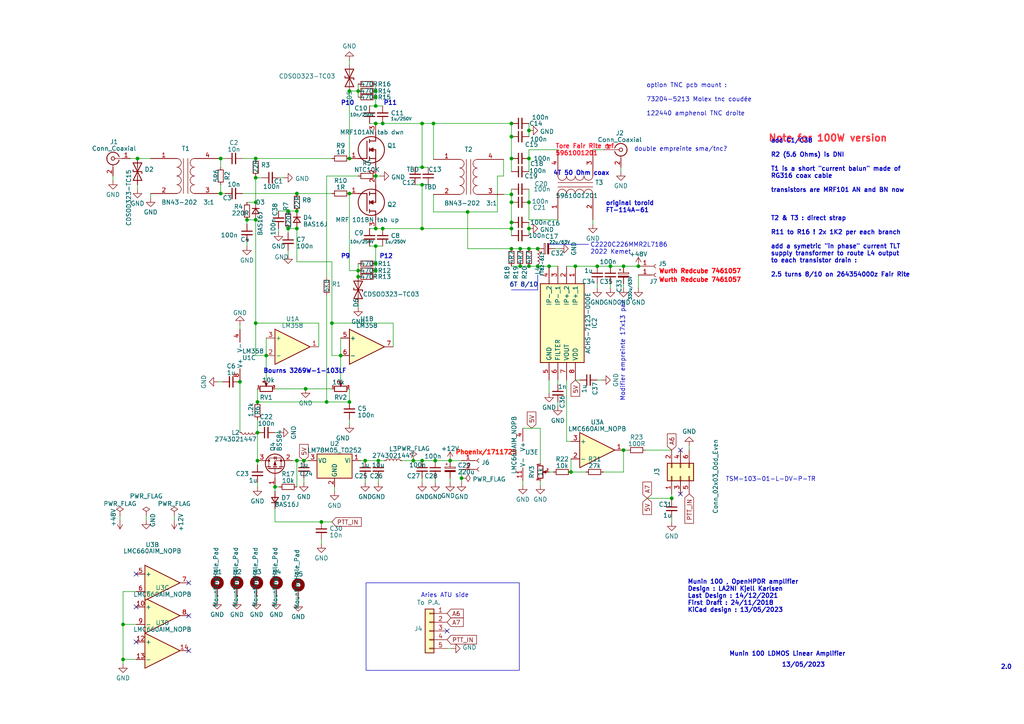
<source format=kicad_sch>
(kicad_sch (version 20231120) (generator "eeschema") (generator_version "8.0")
  (paper "A4")
  (junction (at 153.416 45.974))
  (junction (at 103.886 78.486))
  (junction (at 180.848 130.556))
  (junction (at 103.886 80.264))
  (junction (at 101.346 26.416))
  (junction (at 108.966 76.454))
  (junction (at 69.596 110.744))
  (junction (at 155.956 72.136))
  (junction (at 74.676 125.476))
  (junction (at 101.346 56.134))
  (junction (at 64.008 56.134))
  (junction (at 88.138 133.604))
  (junction (at 96.266 93.726))
  (junction (at 83.566 66.294))
  (junction (at 122.428 35.814))
  (junction (at 130.556 133.604))
  (junction (at 153.416 58.674))
  (junction (at 150.876 77.216))
  (junction (at 110.998 66.294))
  (junction (at 194.818 144.526))
  (junction (at 94.742 116.586))
  (junction (at 98.806 103.124))
  (junction (at 165.608 136.906))
  (junction (at 133.858 138.684))
  (junction (at 86.106 66.294))
  (junction (at 122.428 66.294))
  (junction (at 108.966 71.374))
  (junction (at 86.106 56.134))
  (junction (at 148.336 64.516))
  (junction (at 77.216 103.124))
  (junction (at 148.336 45.974))
  (junction (at 126.238 133.604))
  (junction (at 101.346 116.586))
  (junction (at 108.966 35.814))
  (junction (at 74.168 45.974))
  (junction (at 74.676 116.586))
  (junction (at 148.336 35.814))
  (junction (at 74.168 93.726))
  (junction (at 153.416 66.294))
  (junction (at 108.966 78.486))
  (junction (at 103.886 26.416))
  (junction (at 101.346 45.974))
  (junction (at 159.258 77.216))
  (junction (at 86.106 133.604))
  (junction (at 148.336 39.624))
  (junction (at 74.168 58.674))
  (junction (at 108.966 28.194))
  (junction (at 148.336 72.136))
  (junction (at 39.878 45.974))
  (junction (at 108.966 30.734))
  (junction (at 79.756 141.224))
  (junction (at 71.628 63.754))
  (junction (at 93.218 151.384))
  (junction (at 88.646 112.776))
  (junction (at 177.038 77.216))
  (junction (at 155.956 77.216))
  (junction (at 74.168 51.562))
  (junction (at 108.966 26.416))
  (junction (at 64.008 45.974))
  (junction (at 148.336 58.674))
  (junction (at 109.728 133.604))
  (junction (at 122.428 48.514))
  (junction (at 153.416 37.846))
  (junction (at 86.106 61.214))
  (junction (at 135.636 61.468))
  (junction (at 83.566 61.214))
  (junction (at 166.878 77.216))
  (junction (at 150.876 72.136))
  (junction (at 119.888 133.604))
  (junction (at 105.918 133.604))
  (junction (at 122.428 133.604))
  (junction (at 74.168 63.754))
  (junction (at 148.336 56.388))
  (junction (at 148.336 66.294))
  (junction (at 108.966 51.054))
  (junction (at 108.966 66.294))
  (junction (at 185.166 77.216))
  (junction (at 110.998 35.814))
  (junction (at 35.687 181.102))
  (junction (at 173.228 77.216))
  (junction (at 35.687 191.262))
  (junction (at 153.416 77.216))
  (junction (at 122.428 53.594))
  (junction (at 180.848 77.216))
  (junction (at 74.676 133.604))
  (junction (at 125.73 35.814))
  (junction (at 153.416 72.136))
  (no_connect (at 197.358 130.556))
  (no_connect (at 54.737 178.562))
  (no_connect (at 197.358 143.256))
  (no_connect (at 39.497 166.497))
  (no_connect (at 54.737 169.037))
  (no_connect (at 129.667 183.007))
  (no_connect (at 54.737 188.722))
  (no_connect (at 39.497 186.182))
  (no_connect (at 39.497 176.022))
  (wire (pts (xy 109.728 133.604) (xy 111.506 133.604)))
  (wire (pts (xy 35.687 181.102) (xy 39.497 181.102)))
  (wire (pts (xy 110.998 35.814) (xy 122.428 35.814)))
  (wire (pts (xy 171.958 63.754) (xy 171.958 65.024)))
  (wire (pts (xy 74.676 125.476) (xy 74.676 133.604)))
  (wire (pts (xy 98.806 98.044) (xy 98.806 103.124)))
  (wire (pts (xy 74.168 93.726) (xy 74.168 103.124)))
  (wire (pts (xy 80.137 172.847) (xy 80.137 174.117)))
  (wire (pts (xy 164.338 77.216) (xy 166.878 77.216)))
  (wire (pts (xy 180.848 130.556) (xy 182.118 130.556)))
  (wire (pts (xy 86.106 133.604) (xy 88.138 133.604)))
  (wire (pts (xy 194.818 145.034) (xy 194.818 144.526)))
  (wire (pts (xy 126.238 138.684) (xy 126.238 139.954)))
  (wire (pts (xy 64.008 45.974) (xy 64.008 48.514)))
  (wire (pts (xy 74.168 103.124) (xy 77.216 103.124)))
  (wire (pts (xy 80.772 61.214) (xy 83.566 61.214)))
  (wire (pts (xy 105.918 133.604) (xy 109.728 133.604)))
  (wire (pts (xy 103.886 78.486) (xy 103.886 80.264)))
  (wire (pts (xy 153.416 45.974) (xy 153.416 49.784)))
  (wire (pts (xy 135.636 61.468) (xy 135.636 72.136)))
  (wire (pts (xy 74.168 93.726) (xy 92.456 93.726)))
  (wire (pts (xy 164.338 110.236) (xy 164.338 128.016)))
  (wire (pts (xy 161.798 110.236) (xy 161.798 111.506)))
  (wire (pts (xy 108.966 28.194) (xy 108.966 30.734)))
  (wire (pts (xy 180.086 48.514) (xy 180.086 49.784)))
  (wire (pts (xy 120.396 53.594) (xy 122.428 53.594)))
  (wire (pts (xy 108.966 26.416) (xy 108.966 28.194)))
  (wire (pts (xy 69.596 94.234) (xy 69.596 95.504)))
  (wire (pts (xy 77.216 103.124) (xy 77.216 110.236)))
  (wire (pts (xy 148.336 66.294) (xy 148.336 68.326)))
  (wire (pts (xy 71.628 63.754) (xy 71.628 65.024)))
  (wire (pts (xy 81.026 51.562) (xy 82.296 51.562)))
  (wire (pts (xy 79.756 125.476) (xy 81.026 125.476)))
  (wire (pts (xy 114.046 100.584) (xy 114.046 93.726)))
  (wire (pts (xy 83.566 66.294) (xy 83.566 67.564)))
  (wire (pts (xy 68.707 172.847) (xy 68.707 174.117)))
  (wire (pts (xy 35.687 171.577) (xy 35.687 181.102)))
  (wire (pts (xy 180.848 136.906) (xy 175.006 136.906)))
  (wire (pts (xy 153.416 43.434) (xy 161.798 43.434)))
  (wire (pts (xy 93.218 151.384) (xy 96.266 151.384)))
  (wire (pts (xy 148.336 64.516) (xy 148.336 66.294)))
  (wire (pts (xy 70.358 56.134) (xy 86.106 56.134)))
  (wire (pts (xy 42.418 149.606) (xy 42.418 150.876)))
  (wire (pts (xy 103.886 76.454) (xy 103.886 78.486)))
  (wire (pts (xy 79.756 151.384) (xy 93.218 151.384)))
  (wire (pts (xy 107.188 66.294) (xy 108.966 66.294)))
  (wire (pts (xy 98.806 103.124) (xy 98.806 110.236)))
  (wire (pts (xy 86.106 141.224) (xy 86.106 133.604)))
  (wire (pts (xy 34.798 149.606) (xy 34.798 150.876)))
  (wire (pts (xy 97.028 141.224) (xy 97.028 142.494)))
  (wire (pts (xy 74.676 116.586) (xy 74.676 112.776)))
  (wire (pts (xy 148.336 54.864) (xy 148.336 56.388)))
  (wire (pts (xy 153.416 66.294) (xy 153.416 68.326)))
  (wire (pts (xy 122.428 133.604) (xy 126.238 133.604)))
  (wire (pts (xy 74.676 116.586) (xy 94.742 116.586)))
  (wire (pts (xy 101.346 26.416) (xy 101.346 45.974)))
  (wire (pts (xy 110.998 66.294) (xy 122.428 66.294)))
  (wire (pts (xy 159.258 110.236) (xy 159.258 114.046)))
  (wire (pts (xy 180.848 82.296) (xy 180.848 83.566)))
  (wire (pts (xy 94.742 85.598) (xy 94.742 116.586)))
  (wire (pts (xy 161.798 116.586) (xy 161.798 117.856)))
  (wire (pts (xy 159.258 136.906) (xy 160.528 136.906)))
  (wire (pts (xy 180.848 130.556) (xy 180.848 136.906)))
  (wire (pts (xy 39.878 53.594) (xy 39.878 54.864)))
  (wire (pts (xy 108.966 30.734) (xy 110.998 30.734)))
  (wire (pts (xy 125.73 56.388) (xy 125.73 61.468)))
  (polyline (pts (xy 159.258 70.866) (xy 170.688 70.866)))
  (wire (pts (xy 156.718 139.446) (xy 156.718 140.716)))
  (wire (pts (xy 135.636 61.468) (xy 144.272 61.468)))
  (wire (pts (xy 153.416 54.864) (xy 153.416 58.674)))
  (wire (pts (xy 122.428 66.294) (xy 148.336 66.294)))
  (wire (pts (xy 94.742 116.586) (xy 101.346 116.586)))
  (wire (pts (xy 96.266 75.946) (xy 96.266 93.726)))
  (wire (pts (xy 108.966 71.374) (xy 110.998 71.374)))
  (wire (pts (xy 62.992 172.847) (xy 62.992 174.117)))
  (wire (pts (xy 148.336 56.388) (xy 148.336 58.674)))
  (wire (pts (xy 177.038 82.296) (xy 177.038 83.566)))
  (wire (pts (xy 166.878 110.236) (xy 168.148 110.236)))
  (wire (pts (xy 71.628 70.104) (xy 71.628 71.374)))
  (wire (pts (xy 74.168 51.562) (xy 75.946 51.562)))
  (wire (pts (xy 105.918 138.684) (xy 105.918 139.954)))
  (wire (pts (xy 156.718 124.206) (xy 151.638 124.206)))
  (wire (pts (xy 39.878 45.974) (xy 43.688 45.974)))
  (wire (pts (xy 173.228 110.236) (xy 174.498 110.236)))
  (wire (pts (xy 150.876 72.136) (xy 153.416 72.136)))
  (wire (pts (xy 122.428 48.514) (xy 124.206 48.514)))
  (wire (pts (xy 35.687 181.102) (xy 35.687 191.262)))
  (wire (pts (xy 86.106 66.294) (xy 86.106 75.946)))
  (wire (pts (xy 108.966 76.454) (xy 108.966 78.486)))
  (wire (pts (xy 74.168 45.974) (xy 96.266 45.974)))
  (wire (pts (xy 148.336 45.974) (xy 148.336 49.784)))
  (wire (pts (xy 116.586 133.604) (xy 119.888 133.604)))
  (wire (pts (xy 171.958 43.434) (xy 175.006 43.434)))
  (wire (pts (xy 37.846 45.974) (xy 39.878 45.974)))
  (wire (pts (xy 64.008 53.594) (xy 64.008 56.134)))
  (wire (pts (xy 148.336 35.814) (xy 148.336 39.624)))
  (wire (pts (xy 64.008 45.974) (xy 65.278 45.974)))
  (wire (pts (xy 101.346 121.666) (xy 101.346 122.936)))
  (wire (pts (xy 108.966 35.814) (xy 110.998 35.814)))
  (wire (pts (xy 71.628 58.674) (xy 74.168 58.674)))
  (wire (pts (xy 70.358 45.974) (xy 74.168 45.974)))
  (wire (pts (xy 79.756 141.224) (xy 81.026 141.224)))
  (wire (pts (xy 151.638 139.446) (xy 151.638 140.716)))
  (wire (pts (xy 159.258 77.216) (xy 161.798 77.216)))
  (wire (pts (xy 155.956 77.216) (xy 159.258 77.216)))
  (wire (pts (xy 133.858 136.144) (xy 133.858 138.684)))
  (wire (pts (xy 71.628 63.754) (xy 74.168 63.754)))
  (wire (pts (xy 166.878 77.216) (xy 173.228 77.216)))
  (wire (pts (xy 130.556 138.684) (xy 130.556 139.954)))
  (wire (pts (xy 96.266 103.124) (xy 98.806 103.124)))
  (wire (pts (xy 74.422 172.847) (xy 74.422 174.117)))
  (wire (pts (xy 173.228 82.296) (xy 173.228 83.566)))
  (wire (pts (xy 133.858 138.684) (xy 133.858 139.954)))
  (wire (pts (xy 153.416 58.674) (xy 153.416 63.754)))
  (wire (pts (xy 108.966 71.374) (xy 108.966 76.454)))
  (wire (pts (xy 43.688 56.134) (xy 43.688 57.404)))
  (wire (pts (xy 92.456 100.584) (xy 92.456 93.726)))
  (wire (pts (xy 79.756 147.574) (xy 79.756 151.384)))
  (wire (pts (xy 108.966 78.486) (xy 108.966 80.264)))
  (wire (pts (xy 94.742 51.054) (xy 94.742 80.518)))
  (wire (pts (xy 101.346 26.416) (xy 103.886 26.416)))
  (wire (pts (xy 50.546 149.606) (xy 50.546 150.876)))
  (wire (pts (xy 103.886 26.416) (xy 103.886 28.194)))
  (wire (pts (xy 69.596 110.744) (xy 69.596 125.476)))
  (wire (pts (xy 161.036 72.136) (xy 162.306 72.136)))
  (wire (pts (xy 101.346 112.776) (xy 101.346 116.586)))
  (wire (pts (xy 164.338 128.016) (xy 165.608 128.016)))
  (wire (pts (xy 122.428 138.684) (xy 122.428 139.954)))
  (wire (pts (xy 150.876 77.216) (xy 153.416 77.216)))
  (wire (pts (xy 146.05 56.388) (xy 148.336 56.388)))
  (wire (pts (xy 101.346 18.796) (xy 101.346 17.526)))
  (wire (pts (xy 107.188 35.814) (xy 108.966 35.814)))
  (wire (pts (xy 93.218 156.464) (xy 93.218 157.734)))
  (wire (pts (xy 135.636 72.136) (xy 148.336 72.136)))
  (wire (pts (xy 103.886 24.384) (xy 103.886 26.416)))
  (wire (pts (xy 135.636 61.468) (xy 125.73 61.468)))
  (wire (pts (xy 86.106 56.134) (xy 96.266 56.134)))
  (wire (pts (xy 126.238 133.604) (xy 130.556 133.604)))
  (wire (pts (xy 88.138 138.684) (xy 88.138 139.954)))
  (wire (pts (xy 144.272 61.468) (xy 144.272 51.054)))
  (wire (pts (xy 103.886 87.884) (xy 103.886 89.154)))
  (wire (pts (xy 80.772 66.294) (xy 80.772 67.31)))
  (wire (pts (xy 107.188 30.734) (xy 108.966 30.734)))
  (wire (pts (xy 161.798 63.754) (xy 153.416 63.754)))
  (wire (pts (xy 103.886 78.486) (xy 101.346 78.486)))
  (wire (pts (xy 185.166 79.756) (xy 185.166 83.566)))
  (wire (pts (xy 108.966 51.054) (xy 110.236 51.054)))
  (wire (pts (xy 153.416 72.136) (xy 155.956 72.136)))
  (wire (pts (xy 104.648 133.604) (xy 105.918 133.604)))
  (wire (pts (xy 108.966 66.294) (xy 110.998 66.294)))
  (wire (pts (xy 107.188 71.374) (xy 108.966 71.374)))
  (wire (pts (xy 88.646 112.776) (xy 96.266 112.776)))
  (wire (pts (xy 148.336 72.136) (xy 150.876 72.136)))
  (wire (pts (xy 122.428 53.594) (xy 124.206 53.594)))
  (wire (pts (xy 39.497 171.577) (xy 35.687 171.577)))
  (wire (pts (xy 125.73 35.814) (xy 125.73 46.228)))
  (wire (pts (xy 120.396 48.514) (xy 122.428 48.514)))
  (wire (pts (xy 94.742 51.054) (xy 103.886 51.054)))
  (wire (pts (xy 86.487 173.482) (xy 86.487 174.752)))
  (wire (pts (xy 194.818 150.114) (xy 194.818 151.384)))
  (wire (pts (xy 153.416 77.216) (xy 155.956 77.216)))
  (wire (pts (xy 173.228 77.216) (xy 177.038 77.216)))
  (wire (pts (xy 122.428 53.594) (xy 122.428 66.294)))
  (wire (pts (xy 88.138 133.604) (xy 89.408 133.604)))
  (wire (pts (xy 114.046 93.726) (xy 96.266 93.726)))
  (wire (pts (xy 144.272 51.054) (xy 146.05 51.054)))
  (wire (pts (xy 74.676 139.954) (xy 74.676 141.224)))
  (wire (pts (xy 64.516 110.744) (xy 63.246 110.744)))
  (wire (pts (xy 130.556 133.604) (xy 133.858 133.604)))
  (wire (pts (xy 169.926 136.906) (xy 165.608 136.906)))
  (wire (pts (xy 146.05 46.228) (xy 146.05 51.054)))
  (wire (pts (xy 177.038 77.216) (xy 180.848 77.216)))
  (wire (pts (xy 119.888 133.604) (xy 122.428 133.604)))
  (wire (pts (xy 83.566 66.294) (xy 86.106 66.294)))
  (wire (pts (xy 180.848 77.216) (xy 185.166 77.216)))
  (wire (pts (xy 109.728 138.684) (xy 109.728 139.954)))
  (wire (pts (xy 122.428 35.814) (xy 122.428 48.514)))
  (wire (pts (xy 153.416 45.974) (xy 153.416 43.434)))
  (wire (pts (xy 194.818 144.526) (xy 194.818 143.256)))
  (wire (pts (xy 83.566 61.214) (xy 86.106 61.214)))
  (wire (pts (xy 187.198 130.556) (xy 194.818 130.556)))
  (wire (pts (xy 86.106 75.946) (xy 96.266 75.946)))
  (polyline (pts (xy 148.336 84.074) (xy 155.956 84.074)))
  (wire (pts (xy 153.416 37.846) (xy 153.416 39.624)))
  (wire (pts (xy 165.608 136.906) (xy 165.608 133.096)))
  (wire (pts (xy 101.346 56.134) (xy 101.346 78.486)))
  (wire (pts (xy 74.676 121.666) (xy 74.676 125.476)))
  (wire (pts (xy 156.718 134.366) (xy 156.718 124.206)))
  (wire (pts (xy 64.008 56.134) (xy 65.278 56.134)))
  (wire (pts (xy 79.756 112.776) (xy 88.646 112.776)))
  (wire (pts (xy 125.73 35.814) (xy 148.336 35.814)))
  (wire (pts (xy 86.106 133.604) (xy 84.836 133.604)))
  (wire (pts (xy 148.336 39.624) (xy 148.336 45.974)))
  (wire (pts (xy 74.676 133.604) (xy 74.676 134.874)))
  (wire (pts (xy 153.416 35.814) (xy 153.416 37.846)))
  (wire (pts (xy 108.966 24.384) (xy 108.966 26.416)))
  (wire (pts (xy 74.168 63.754) (xy 74.168 93.726)))
  (wire (pts (xy 187.706 144.526) (xy 194.818 144.526)))
  (wire (pts (xy 148.336 58.674) (xy 148.336 64.516)))
  (wire (pts (xy 74.168 51.054) (xy 74.168 51.562)))
  (wire (pts (xy 74.168 51.562) (xy 74.168 58.674)))
  (wire (pts (xy 77.216 98.044) (xy 77.216 103.124)))
  (wire (pts (xy 79.756 141.224) (xy 79.756 142.494)))
  (wire (pts (xy 148.336 77.216) (xy 150.876 77.216)))
  (wire (pts (xy 83.566 72.644) (xy 83.566 73.914)))
  (wire (pts (xy 32.766 51.054) (xy 32.766 52.324)))
  (wire (pts (xy 153.416 64.516) (xy 153.416 66.294)))
  (wire (pts (xy 35.687 191.262) (xy 39.497 191.262)))
  (wire (pts (xy 130.937 188.087) (xy 129.667 188.087)))
  (wire (pts (xy 199.898 130.556) (xy 199.898 129.286)))
  (polyline (pts (xy 155.956 79.756) (xy 155.956 84.074)))
  (wire (pts (xy 96.266 93.726) (xy 96.266 103.124)))
  (wire (pts (xy 35.687 191.262) (xy 35.687 192.532)))
  (wire (pts (xy 122.428 35.814) (xy 125.73 35.814)))
  (rectangle (start 106.172 169.037) (end 150.622 194.437))
  (text "Note for 100W version\n" (at 222.758 41.402 0) (effects (font (size 2 2) (thickness 0.4) (bold yes)) (justify left bottom)))
  (text "Modifier empreinte 17x13 pad" (at 181.356 116.459 90) (effects (font (size 1.27 1.27)) (justify left bottom)))
  (text "Aries ATU side" (at 122.047 173.482 0) (effects (font (size 1.27 1.27)) (justify left bottom)))
  (text "13/05/2023" (at 226.695 193.675 0) (effects (font (size 1.27 1.27) (bold yes)) (justify left bottom)))
  (text "Munin 100 , OpenHPDR amplifier\nDesign : LA2NI Kjell Karlsen\nLast Design : 14/12/2021\nFirst Draft : 24/11/2018\nKiCad design : 13/05/2023\n" (at 199.39 177.8 0) (effects (font (size 1.27 1.27) (bold yes)) (justify left bottom)))
  (text "2.0\n" (at 290.195 194.31 0) (effects (font (size 1.27 1.27) (bold yes)) (justify left bottom)))
  (text "TSM-103-01-L-DV-P-TR" (at 210.439 139.827 0) (effects (font (size 1.27 1.27)) (justify left bottom)))
  (text "Bourns 3269W-1-103LF" (at 76.327 108.458 0) (effects (font (size 1.27 1.27) (bold yes)) (justify left bottom)))
  (text "Munin 100 LDMOS Linear Amplifier" (at 211.455 190.5 0) (effects (font (size 1.27 1.27) (bold yes)) (justify left bottom)))
  (text "P9         P12" (at 98.806 75.184 0) (effects (font (size 1.27 1.27) (thickness 0.254) (bold yes)) (justify left bottom)))
  (text "6T 8/10" (at 147.701 83.439 0) (effects (font (size 1.27 1.27) (thickness 0.254) (bold yes)) (justify left bottom)))
  (text "Tore Fair Rite ref\n5961001201" (at 161.036 45.339 0) (effects (font (size 1.27 1.27) (thickness 0.254) (bold yes)) (justify left bottom)))
  (text "option TNC pcb mount : \n\n73204-5213 Molex tnc coudée \n\n122440 amphenol TNC droite" (at 187.452 33.782 0) (effects (font (size 1.27 1.27)) (justify left bottom)))
  (text "P10         P11" (at 98.806 30.734 0) (effects (font (size 1.27 1.27) (thickness 0.254) (bold yes)) (justify left bottom)))
  (text "double empreinte sma/tnc? \n" (at 183.896 44.069 0) (effects (font (size 1.27 1.27)) (justify left bottom)))
  (text "4T 50 Ohm coax" (at 160.401 51.054 0) (effects (font (size 1.27 1.27) (bold yes)) (justify left bottom)))
  (text "original toroid \nFT-114A-61\n" (at 175.641 61.849 0) (effects (font (size 1.27 1.27) (bold yes)) (justify left bottom)))
  (text "add C1/C38\n\nR2 (5.6 Ohms) is DNI\n\nT1 is a short \"current balun\" made of \nRG316 coax cable\n\ntransistors are MRF101 AN and BN now\n\n\n\nT2 & T3 : direct strap\n\nR11 to R16 ! 2x 1K2 per each branch\n\nadd a symetric \"in phase\" current TLT \nsupply transformer to route L4 output \nto each transistor drain : \n\n2.5 turns 8/10 on 264354000z Fair Rite\n" (at 223.52 80.518 0) (effects (font (size 1.27 1.27) (bold yes)) (justify left bottom)))
  (text "C2220C226MMR2L7186\n2022 Kemet" (at 171.196 73.914 0) (effects (font (size 1.27 1.27)) (justify left bottom)))
  (global_label "5V" (shape input) (at 187.706 144.526 270) (property "Intersheetrefs" "${INTERSHEET_REFS}" (effects (hide yes))))
  (global_label "5V" (shape input) (at 166.878 110.236 270) (property "Intersheetrefs" "${INTERSHEET_REFS}" (effects (hide yes))))
  (global_label "A7" (shape input) (at 129.667 180.467 0) (property "Intersheetrefs" "${INTERSHEET_REFS}" (effects (hide yes))))
  (global_label "A6" (shape input) (at 129.667 177.927 0) (property "Intersheetrefs" "${INTERSHEET_REFS}" (effects (hide yes))))
  (global_label "A6" (shape input) (at 194.818 130.556 90) (property "Intersheetrefs" "${INTERSHEET_REFS}" (effects (hide yes))))
  (global_label "5V" (shape input) (at 154.178 124.206 90) (property "Intersheetrefs" "${INTERSHEET_REFS}" (effects (hide yes))))
  (global_label "PTT_IN" (shape input) (at 129.667 185.547 0) (property "Intersheetrefs" "${INTERSHEET_REFS}" (effects (hide yes))))
  (global_label "PTT_IN" (shape input) (at 199.898 143.256 270) (property "Intersheetrefs" "${INTERSHEET_REFS}" (effects (hide yes))))
  (global_label "5V" (shape input) (at 88.138 133.604 90) (property "Intersheetrefs" "${INTERSHEET_REFS}" (effects (hide yes))))
  (global_label "PTT_IN" (shape input) (at 96.266 151.384 0) (property "Intersheetrefs" "${INTERSHEET_REFS}" (effects (hide yes))))
  (global_label "A7" (shape input) (at 187.706 144.526 90) (property "Intersheetrefs" "${INTERSHEET_REFS}" (effects (hide yes))))
  (symbol (lib_id "Connector:Conn_01x01_Socket") (at 190.246 79.756 0) (unit 1)
    (property "Reference" "J7" (at 188.341 81.661 0) (effects (justify left)))
    (property "Value" "Wurth Redcube 7461057" (at 190.9572 81.0785 0) (effects (font (bold yes)) (justify left)))
    (property "Footprint" "7461057:7461057" (effects (hide yes)))
  )
  (symbol (lib_id "Device:D_Small") (at 86.106 63.754 270) (unit 1)
    (property "Reference" "D4" (at 87.884 63.1103 90) (effects (justify left)))
    (property "Value" "BAS16J" (at 87.884 65.0313 90) (effects (justify left)))
    (property "Footprint" "Diode_SMD:D_SOD-323_HandSoldering" (effects (hide yes)))
    (property "Sim.Device" "D" (effects (hide yes)))
    (property "Sim.Pins" "1=K 2=A" (effects (hide yes)))
  )
  (symbol (lib_id "Device:C_Polarized_Small") (at 130.556 136.144 0) (unit 1)
    (property "Reference" "C29" (at 132.715 134.9542 0) (effects (justify left)))
    (property "Value" "220u" (at 132.715 136.8752 0) (effects (justify left)))
    (property "Footprint" "Capacitor_SMD:C_Elec_8x10.2" (effects (hide yes)))
  )
  (symbol (lib_id "Device:C_Small") (at 126.238 136.144 0) (unit 1)
    (property "Reference" "C28" (at 123.063 138.049 0) (effects (justify left)))
    (property "Value" "100n" (at 123.063 132.334 0) (effects (justify left)))
    (property "Footprint" "Capacitor_SMD:C_0805_2012Metric_Pad1.18x1.45mm_HandSolder" (effects (hide yes)))
  )
  (symbol (lib_id "Device:R_Small") (at 106.426 76.454 90) (unit 1)
    (property "Reference" "R11" (at 111.506 76.454 90))
    (property "Value" "470R" (at 107.061 76.454 90))
    (property "Footprint" "Resistor_feedB:R_Axial_DIN0414_L11.9mm_D4.5mm_P25.40mm_Horizontal" (effects (hide yes)))
  )
  (symbol (lib_id "Amplifier_Operational:TL074") (at 47.117 169.037 0) (unit 2)
    (property "Reference" "U3" (at 44.196 157.988 0))
    (property "Value" "LMC660AIM_NOPB" (at 44.196 159.8201 0))
    (property "Footprint" "Package_SO:SOIC-14_3.9x8.7mm_P1.27mm" (effects (hide yes)))
    (property "Datasheet" "http://www.ti.com/lit/ds/symlink/tl071.pdf" (effects (hide yes)))
  )
  (symbol (lib_id "MRF300AN:MRF300AN") (at 101.346 45.974 0) (unit 1)
    (property "Reference" "Q1" (at 112.268 42.2218 0) (effects (justify left)))
    (property "Value" "MRF101AN tab dwn" (at 98.552 38.354 0) (effects (justify left)))
    (property "Footprint" "MRF300AN:TO-247-3_Horizontal_TabDown" (effects (hide yes)))
    (property "Datasheet" "http://www.nxp.com/docs/en/data-sheet/MRF300AN.pdf" (effects (hide yes)))
    (property "Height" "5.21" (effects (hide yes)))
    (property "Mouser Part Number" "771-MRF300AN" (effects (hide yes)))
    (property "Mouser Price/Stock" "https://www.mouser.co.uk/ProductDetail/NXP-Semiconductors/MRF300AN?qs=y6ZabgHbY%252ByXQNig6kaSKw%3D%3D" (effects (hide yes)))
    (property "Manufacturer_Name" "NXP" (effects (hide yes)))
    (property "Manufacturer_Part_Number" "MRF300AN" (effects (hide yes)))
  )
  (symbol (lib_id "Device:R_Small") (at 94.742 83.058 180) (unit 1)
    (property "Reference" "R1" (at 96.2406 82.4143 0) (effects (justify right)))
    (property "Value" "6K8" (at 94.742 84.836 90) (effects (justify right)))
    (property "Footprint" "Resistor_SMD:R_0805_2012Metric_Pad1.20x1.40mm_HandSolder" (effects (hide yes)))
  )
  (symbol (lib_id "Connector:Conn_01x02_Socket") (at 138.938 133.604 0) (unit 1)
    (property "Reference" "J6" (at 139.6492 134.1425 0) (effects (justify left)))
    (property "Value" "Phoenix/1711725" (at 131.953 131.064 0) (effects (font (size 1.3 1.3) (bold yes)) (justify left)))
    (property "Footprint" "1711725:1711725" (effects (hide yes)))
  )
  (symbol (lib_id "Amplifier_Operational:TL074") (at 47.117 178.562 0) (unit 3)
    (property "Reference" "U3" (at 47.117 170.4721 0))
    (property "Value" "LMC660AIM_NOPB" (at 47.117 172.3931 0))
    (property "Footprint" "Package_SO:SOIC-14_3.9x8.7mm_P1.27mm" (effects (hide yes)))
    (property "Datasheet" "http://www.ti.com/lit/ds/symlink/tl071.pdf" (effects (hide yes)))
  )
  (symbol (lib_id "Device:C_Small") (at 122.428 136.144 0) (unit 1)
    (property "Reference" "C27" (at 117.983 138.049 0) (effects (justify left)))
    (property "Value" "100n" (at 118.618 134.874 0) (effects (justify left)))
    (property "Footprint" "Capacitor_SMD:C_0805_2012Metric_Pad1.18x1.45mm_HandSolder" (effects (hide yes)))
  )
  (symbol (lib_id "power:GND") (at 42.418 150.876 0) (unit 1)
    (property "Reference" "#PWR032" (effects (hide yes)))
    (property "Value" "GND" (at 44.323 150.876 90))
  )
  (symbol (lib_id "Mechanical:MountingHole_Pad") (at 80.137 170.307 0) (unit 1)
    (property "Reference" "H4" (at 78.867 165.862 0) (effects (justify left)))
    (property "Value" "MountingHole_Pad" (at 79.756 176.149 90) (effects (justify left)))
    (property "Footprint" "MountingHole:MountingHole_3.5mm_Pad_TopBottom" (effects (hide yes)))
  )
  (symbol (lib_id "power:GND") (at 105.918 139.954 0) (unit 1)
    (property "Reference" "#PWR023" (effects (hide yes)))
    (property "Value" "GND" (at 105.918 144.0895 0))
  )
  (symbol (lib_id "Device:R_Small") (at 106.426 80.264 90) (unit 1)
    (property "Reference" "R13" (at 111.506 80.264 90))
    (property "Value" "470R" (at 107.061 80.264 90))
    (property "Footprint" "Resistor_feedB:R_Axial_DIN0414_L11.9mm_D4.5mm_P25.40mm_Horizontal" (effects (hide yes)))
  )
  (symbol (lib_id "Device:C_Small") (at 194.818 147.574 0) (unit 1)
    (property "Reference" "C31" (at 191.008 146.304 0) (effects (justify left)))
    (property "Value" "1u" (at 192.278 149.479 0) (effects (justify left)))
    (property "Footprint" "Capacitor_SMD:C_0805_2012Metric_Pad1.18x1.45mm_HandSolder" (effects (hide yes)))
  )
  (symbol (lib_id "power:PWR_FLAG") (at 42.418 149.606 0) (unit 1)
    (property "Reference" "#FLG02" (effects (hide yes)))
    (property "Value" "PWR_FLAG" (at 42.418 143.891 0))
  )
  (symbol (lib_id "Amplifier_Operational:LM358") (at 106.426 100.584 0) (unit 2)
    (property "Reference" "U1" (at 106.426 92.4941 0))
    (property "Value" "LM358" (at 106.426 94.4151 0))
    (property "Footprint" "Package_SO:SOIC-8_3.9x4.9mm_P1.27mm" (effects (hide yes)))
    (property "Datasheet" "http://www.ti.com/lit/ds/symlink/lm2904-n.pdf" (effects (hide yes)))
  )
  (symbol (lib_id "Device:C_Small") (at 161.798 114.046 0) (unit 1)
    (property "Reference" "C36" (at 163.068 118.491 90) (effects (justify left)))
    (property "Value" "1n" (at 161.798 112.141 0) (effects (justify left)))
    (property "Footprint" "Capacitor_SMD:C_0805_2012Metric_Pad1.18x1.45mm_HandSolder" (effects (hide yes)))
  )
  (symbol (lib_id "Device:R_Small") (at 86.106 58.674 0) (unit 1)
    (property "Reference" "R8" (at 87.6046 58.0303 0) (effects (justify left)))
    (property "Value" "22R" (at 86.233 60.706 90) (effects (justify left)))
    (property "Footprint" "Resistor_SMD:R_0805_2012Metric_Pad1.20x1.40mm_HandSolder" (effects (hide yes)))
  )
  (symbol (lib_id "Amplifier_Operational:TL074") (at 154.178 131.826 0) (unit 5)
    (property "Reference" "U3" (at 152.273 131.1823 0) (effects (justify left)))
    (property "Value" "LMC660AIM_NOPB" (at 149.098 137.541 90) (effects (justify left)))
    (property "Footprint" "Package_SO:SOIC-14_3.9x8.7mm_P1.27mm" (effects (hide yes)))
    (property "Datasheet" "http://www.ti.com/lit/ds/symlink/tl071.pdf" (effects (hide yes)))
  )
  (symbol (lib_id "power:GND") (at 88.646 112.776 0) (unit 1)
    (property "Reference" "#PWR010" (effects (hide yes)))
    (property "Value" "GND" (at 88.646 116.9115 0))
  )
  (symbol (lib_id "Device:C_Small") (at 150.876 64.516 90) (unit 1)
    (property "Reference" "C16" (at 160.528 64.77 90))
    (property "Value" "100n" (at 156.21 64.516 90))
    (property "Footprint" "Capacitor_SMD:C_1812_4532Metric_Pad1.57x3.40mm_HandSolder" (effects (hide yes)))
  )
  (symbol (lib_id "power:GND") (at 180.086 49.784 0) (mirror y) (unit 1)
    (property "Reference" "#PWR02" (effects (hide yes)))
    (property "Value" "GND" (at 180.086 53.9195 0))
  )
  (symbol (lib_id "Device:C_Small") (at 150.876 49.784 90) (unit 1)
    (property "Reference" "C19" (at 154.051 51.054 90))
    (property "Value" "100n" (at 155.956 49.53 90))
    (property "Footprint" "Capacitor_SMD:C_1812_4532Metric_Pad1.57x3.40mm_HandSolder" (effects (hide yes)))
  )
  (symbol (lib_id "power:GND") (at 82.296 51.562 90) (unit 1)
    (property "Reference" "#PWR055" (effects (hide yes)))
    (property "Value" "GND" (at 85.598 51.816 90) (effects (justify right)))
  )
  (symbol (lib_id "power:GND") (at 93.218 157.734 0) (unit 1)
    (property "Reference" "#PWR029" (effects (hide yes)))
    (property "Value" "GND" (at 93.218 161.8695 0))
  )
  (symbol (lib_id "Amplifier_Operational:TL074") (at 173.228 130.556 0) (unit 1)
    (property "Reference" "U3" (at 173.228 122.4661 0))
    (property "Value" "LMC660AIM_NOPB" (at 173.228 124.3871 0))
    (property "Footprint" "Package_SO:SOIC-14_3.9x8.7mm_P1.27mm" (effects (hide yes)))
    (property "Datasheet" "http://www.ti.com/lit/ds/symlink/tl071.pdf" (effects (hide yes)))
  )
  (symbol (lib_id "power:PWR_FLAG") (at 34.798 149.606 0) (unit 1)
    (property "Reference" "#FLG03" (effects (hide yes)))
    (property "Value" "PWR_FLAG" (at 34.798 146.1041 0))
  )
  (symbol (lib_id "Device:C_Small") (at 170.688 110.236 90) (unit 1)
    (property "Reference" "C37" (at 172.593 114.681 0) (effects (justify left)))
    (property "Value" "1u" (at 169.418 114.046 0) (effects (justify left)))
    (property "Footprint" "Capacitor_SMD:C_0805_2012Metric_Pad1.18x1.45mm_HandSolder" (effects (hide yes)))
  )
  (symbol (lib_id "power:GND") (at 80.772 67.31 0) (unit 1)
    (property "Reference" "#PWR054" (effects (hide yes)))
    (property "Value" "GND" (at 80.772 71.4455 0))
  )
  (symbol (lib_id "Device:C_Small") (at 83.566 70.104 0) (unit 1)
    (property "Reference" "C7" (at 85.8901 69.4666 0) (effects (justify left)))
    (property "Value" "100n" (at 85.8901 71.3876 0) (effects (justify left)))
    (property "Footprint" "Capacitor_SMD:C_0805_2012Metric_Pad1.18x1.45mm_HandSolder" (effects (hide yes)))
  )
  (symbol (lib_id "Device:Transformer_1P_1S") (at 135.89 51.308 0) (unit 1)
    (property "Reference" "T2" (at 135.9027 43.3449 0))
    (property "Value" "BN43-202  3:1" (at 136.525 58.928 0))
    (property "Footprint" "BN43-202-master:BN43-202" (effects (hide yes)))
  )
  (symbol (lib_id "power:PWR_FLAG") (at 50.546 149.606 0) (unit 1)
    (property "Reference" "#FLG01" (effects (hide yes)))
    (property "Value" "PWR_FLAG" (at 50.546 146.1041 0))
  )
  (symbol (lib_id "power:PWR_FLAG") (at 133.858 138.684 270) (unit 1)
    (property "Reference" "#FLG05" (effects (hide yes)))
    (property "Value" "PWR_FLAG" (at 137.033 139.0008 90) (effects (justify left)))
  )
  (symbol (lib_id "power:GND") (at 173.228 83.566 0) (unit 1)
    (property "Reference" "#PWR040" (effects (hide yes)))
    (property "Value" "GND" (at 173.228 87.7015 0))
  )
  (symbol (lib_id "Device:R_Small") (at 106.426 51.054 90) (unit 1)
    (property "Reference" "R5" (at 106.426 47.3075 90))
    (property "Value" "NTC10K" (at 106.426 49.2285 90))
    (property "Footprint" "Resistor_SMD:R_MELF_MMB-0207" (effects (hide yes)))
  )
  (symbol (lib_id "Device:R_Small") (at 172.466 136.906 90) (unit 1)
    (property "Reference" "R21" (at 172.466 133.1595 90))
    (property "Value" "27k" (at 172.466 135.0805 90))
    (property "Footprint" "Resistor_SMD:R_0805_2012Metric_Pad1.20x1.40mm_HandSolder" (effects (hide yes)))
  )
  (symbol (lib_id "Device:C_Small") (at 150.876 68.326 90) (unit 1)
    (property "Reference" "C17" (at 160.02 68.58 90))
    (property "Value" "100n" (at 155.702 68.326 90))
    (property "Footprint" "Capacitor_SMD:C_1812_4532Metric_Pad1.57x3.40mm_HandSolder" (effects (hide yes)))
  )
  (symbol (lib_id "Device:L_Small") (at 72.136 125.476 90) (mirror x) (unit 1)
    (property "Reference" "L2" (at 68.326 125.476 90))
    (property "Value" "2743021447" (at 68.326 127.381 90))
    (property "Footprint" "Fair-Rite_2743021447:Fair-Rite_2743021447" (effects (hide yes)))
  )
  (symbol (lib_id "Device:R_Small") (at 106.426 26.416 90) (unit 1)
    (property "Reference" "R14" (at 111.506 26.416 90))
    (property "Value" "470R" (at 107.061 26.416 90))
    (property "Footprint" "Resistor_feedB:R_Axial_DIN0414_L11.9mm_D4.5mm_P25.40mm_Horizontal" (effects (hide yes)))
  )
  (symbol (lib_id "Device:C_Small") (at 150.876 54.864 90) (unit 1)
    (property "Reference" "C20" (at 156.972 53.34 90))
    (property "Value" "100n" (at 157.226 54.864 90))
    (property "Footprint" "Capacitor_SMD:C_1812_4532Metric_Pad1.57x3.40mm_HandSolder" (effects (hide yes)))
  )
  (symbol (lib_id "Device:R_Small") (at 106.426 78.486 90) (unit 1)
    (property "Reference" "R12" (at 111.506 78.486 90))
    (property "Value" "470R" (at 107.061 78.486 90))
    (property "Footprint" "Resistor_feedB:R_Axial_DIN0414_L11.9mm_D4.5mm_P25.40mm_Horizontal" (effects (hide yes)))
  )
  (symbol (lib_id "Device:C_Polarized_Small") (at 180.848 79.756 0) (unit 1)
    (property "Reference" "C33" (at 179.578 82.931 90))
    (property "Value" "330u/63V" (at 182.753 83.566 90) (effects (font (size 0.9 0.9))))
    (property "Footprint" "Capacitor_SMD:CP_Elec_18x17.5" (effects (hide yes)))
  )
  (symbol (lib_id "power:GND") (at 83.566 73.914 0) (unit 1)
    (property "Reference" "#PWR013" (effects (hide yes)))
    (property "Value" "GND" (at 81.661 74.549 0))
  )
  (symbol (lib_id "Device:C_Small") (at 120.396 51.054 180) (unit 1)
    (property "Reference" "C12" (at 116.586 52.959 0) (effects (justify right)))
    (property "Value" "TBD" (at 117.856 49.149 0) (effects (justify right)))
    (property "Footprint" "Capacitor_SMD:C_1812_4532Metric_Pad1.57x3.40mm_HandSolder" (effects (hide yes)))
  )
  (symbol (lib_id "Device:C_Small") (at 124.206 51.054 180) (unit 1)
    (property "Reference" "C13" (at 124.206 49.149 0) (effects (justify right)))
    (property "Value" "TBD" (at 122.936 54.229 0) (effects (justify right)))
    (property "Footprint" "Capacitor_SMD:C_1812_4532Metric_Pad1.57x3.40mm_HandSolder" (effects (hide yes)))
  )
  (symbol (lib_id "Connector:Conn_01x01_Socket") (at 190.246 77.216 0) (unit 1)
    (property "Reference" "J5" (at 190.9572 76.4985 0) (effects (justify left)))
    (property "Value" "Wurth Redcube 7461057" (at 190.9572 78.5385 0) (effects (font (bold yes)) (justify left)))
    (property "Footprint" "7461057:7461057" (effects (hide yes)))
  )
  (symbol (lib_id "power:GND") (at 88.138 139.954 0) (unit 1)
    (property "Reference" "#PWR022" (effects (hide yes)))
    (property "Value" "GND" (at 88.138 144.0895 0))
  )
  (symbol (lib_id "Device:C_Small") (at 78.486 51.562 90) (unit 1)
    (property "Reference" "C1" (at 80.772 52.578 90))
    (property "Value" "100n" (at 78.74 54.102 90))
    (property "Footprint" "Capacitor_SMD:C_0805_2012Metric" (effects (hide yes)))
  )
  (symbol (lib_id "power:GND") (at 130.937 188.087 90) (unit 1)
    (property "Reference" "#PWR030" (effects (hide yes)))
    (property "Value" "GND" (at 134.1119 187.7702 90) (effects (justify right)))
  )
  (symbol (lib_id "power:GND") (at 43.688 57.404 0) (unit 1)
    (property "Reference" "#PWR07" (effects (hide yes)))
    (property "Value" "GND" (at 43.688 61.5395 0))
  )
  (symbol (lib_id "Device:C_Small") (at 67.056 110.744 270) (mirror x) (unit 1)
    (property "Reference" "C6" (at 67.0496 106.172 90))
    (property "Value" "1u" (at 67.0496 108.093 90))
    (property "Footprint" "Capacitor_SMD:C_0805_2012Metric_Pad1.18x1.45mm_HandSolder" (effects (hide yes)))
  )
  (symbol (lib_id "power:GND") (at 110.236 51.054 90) (unit 1)
    (property "Reference" "#PWR06" (effects (hide yes)))
    (property "Value" "GND" (at 113.411 51.3708 90) (effects (justify right)))
  )
  (symbol (lib_id "Amplifier_Operational:TL074") (at 47.117 188.722 0) (unit 4)
    (property "Reference" "U3" (at 47.117 180.6321 0))
    (property "Value" "LMC660AIM_NOPB" (at 47.117 182.5531 0))
    (property "Footprint" "Package_SO:SOIC-14_3.9x8.7mm_P1.27mm" (effects (hide yes)))
    (property "Datasheet" "http://www.ti.com/lit/ds/symlink/tl071.pdf" (effects (hide yes)))
  )
  (symbol (lib_id "Device:C_Small") (at 150.876 45.974 90) (unit 1)
    (property "Reference" "C18" (at 155.702 47.498 90))
    (property "Value" "100n" (at 157.226 45.974 90))
    (property "Footprint" "Capacitor_SMD:C_1812_4532Metric_Pad1.57x3.40mm_HandSolder" (effects (hide yes)))
  )
  (symbol (lib_id "Device:L_Small") (at 155.956 74.676 0) (mirror x) (unit 1)
    (property "Reference" "L4" (at 155.956 78.486 90))
    (property "Value" "FT82-61?" (at 157.226 76.581 90) (effects (font (size 0.9 0.9))))
    (property "Footprint" "T50:T50_V_smd" (effects (hide yes)))
  )
  (symbol (lib_id "Device:C_Small") (at 150.876 39.624 90) (unit 1)
    (property "Reference" "C15" (at 154.178 41.91 90))
    (property "Value" "100n" (at 156.21 40.386 90))
    (property "Footprint" "Capacitor_SMD:C_1812_4532Metric_Pad1.57x3.40mm_HandSolder" (effects (hide yes)))
  )
  (symbol (lib_id "Mechanical:MountingHole_Pad") (at 68.707 170.307 0) (unit 1)
    (property "Reference" "H2" (at 67.437 165.862 0) (effects (justify left)))
    (property "Value" "MountingHole_Pad" (at 68.326 176.149 90) (effects (justify left)))
    (property "Footprint" "MountingHole:MountingHole_3.5mm_Pad_TopBottom" (effects (hide yes)))
  )
  (symbol (lib_id "Transistor_FET:BSS84") (at 79.756 136.144 90) (unit 1)
    (property "Reference" "Q4" (at 79.1123 130.937 0) (effects (justify left)))
    (property "Value" "BSS84" (at 81.0333 130.937 0) (effects (justify left)))
    (property "Footprint" "Package_TO_SOT_SMD:SOT-23" (effects (hide yes)))
    (property "Datasheet" "http://assets.nexperia.com/documents/data-sheet/BSS84.pdf" (effects (hide yes)))
  )
  (symbol (lib_id "Device:C_Polarized_Small") (at 158.496 72.136 90) (unit 1)
    (property "Reference" "C32" (at 161.671 73.406 90))
    (property "Value" "22u/63V" (at 162.306 70.231 90) (effects (font (size 0.9 0.9))))
    (property "Footprint" "Capacitor_SMD:C_2220_5650Metric_Pad1.97x5.40mm_HandSolder" (effects (hide yes)))
  )
  (symbol (lib_id "power:GND") (at 161.798 117.856 0) (unit 1)
    (property "Reference" "#PWR045" (effects (hide yes)))
    (property "Value" "GND" (at 161.798 121.9915 0))
  )
  (symbol (lib_id "MRF300AN:MRF300AN") (at 101.346 56.134 0) (mirror x) (unit 1)
    (property "Reference" "Q2" (at 112.268 59.3177 0) (effects (justify left)))
    (property "Value" "MRF 101BN tab up" (at 97.282 63.754 0) (effects (justify left)))
    (property "Footprint" "MRF300BN:TO-247-3_Horizontal_TabUp" (effects (hide yes)))
    (property "Datasheet" "http://www.nxp.com/docs/en/data-sheet/MRF300AN.pdf" (effects (hide yes)))
    (property "Height" "5.21" (effects (hide yes)))
    (property "Mouser Part Number" "771-MRF300AN" (effects (hide yes)))
    (property "Mouser Price/Stock" "https://www.mouser.co.uk/ProductDetail/NXP-Semiconductors/MRF300AN?qs=y6ZabgHbY%252ByXQNig6kaSKw%3D%3D" (effects (hide yes)))
    (property "Manufacturer_Name" "NXP" (effects (hide yes)))
    (property "Manufacturer_Part_Number" "MRF300AN" (effects (hide yes)))
  )
  (symbol (lib_id "power:+12V") (at 130.556 133.604 0) (unit 1)
    (property "Reference" "#PWR034" (effects (hide yes)))
    (property "Value" "+12V" (at 130.556 130.1021 0))
  )
  (symbol (lib_id "power:GND") (at 80.137 174.117 0) (unit 1)
    (property "Reference" "#PWR051" (effects (hide yes)))
    (property "Value" "GND" (at 80.137 178.2525 0))
  )
  (symbol (lib_id "power:GND") (at 194.818 151.384 0) (unit 1)
    (property "Reference" "#PWR035" (effects (hide yes)))
    (property "Value" "GND" (at 194.818 155.5195 0))
  )
  (symbol (lib_id "Diode:1N62xxCA") (at 39.878 49.784 90) (unit 1)
    (property "Reference" "D2" (at 41.91 49.1403 90) (effects (justify right)))
    (property "Value" "CDSOD323-TC15" (at 37.338 49.149 0) (effects (justify right)))
    (property "Footprint" "Diode_SMD:D_SOD-323_HandSoldering" (effects (hide yes)))
    (property "Datasheet" "https://www.vishay.com/docs/88301/15ke.pdf" (effects (hide yes)))
  )
  (symbol (lib_id "Device:R_Small") (at 83.566 141.224 90) (unit 1)
    (property "Reference" "R17" (at 83.566 137.4775 90))
    (property "Value" "10k" (at 83.566 139.3985 90))
    (property "Footprint" "Resistor_SMD:R_0805_2012Metric_Pad1.20x1.40mm_HandSolder" (effects (hide yes)))
  )
  (symbol (lib_id "power:GND") (at 101.346 17.526 180) (unit 1)
    (property "Reference" "#PWR014" (effects (hide yes)))
    (property "Value" "GND" (at 101.346 13.3905 0))
  )
  (symbol (lib_id "Device:R_Small") (at 98.806 45.974 90) (unit 1)
    (property "Reference" "R9" (at 98.806 42.2275 90))
    (property "Value" "1R" (at 98.806 44.1485 90))
    (property "Footprint" "Resistor_SMD:R_0805_2012Metric_Pad1.20x1.40mm_HandSolder" (effects (hide yes)))
  )
  (symbol (lib_id "Connector_Generic:Conn_02x03_Odd_Even") (at 197.358 138.176 90) (unit 1)
    (property "Reference" "J3" (at 190.5381 136.906 0))
    (property "Value" "Conn_02x03_Odd_Even" (at 207.518 138.176 0))
    (property "Footprint" "Connector_IDC:IDC-Header_2x03_P2.54mm_Vertical_SMD" (effects (hide yes)))
  )
  (symbol (lib_id "Device:R_Potentiometer_Small") (at 156.718 136.906 0) (unit 1)
    (property "Reference" "RV3" (at 154.2335 136.906 90))
    (property "Value" "1k" (at 156.718 136.906 90))
    (property "Footprint" "Potentiometer_SMD:Potentiometer_Bourns_3269W_Vertical" (effects (hide yes)))
  )
  (symbol (lib_id "power:GND") (at 69.596 94.234 0) (mirror x) (unit 1)
    (property "Reference" "#PWR019" (effects (hide yes)))
    (property "Value" "GND" (at 69.596 90.7321 0))
  )
  (symbol (lib_id "Mechanical:MountingHole_Pad") (at 62.992 170.307 0) (unit 1)
    (property "Reference" "H1" (at 61.722 165.862 0) (effects (justify left)))
    (property "Value" "MountingHole_Pad" (at 62.611 176.149 90) (effects (justify left)))
    (property "Footprint" "MountingHole:MountingHole_3.5mm_Pad_TopBottom" (effects (hide yes)))
  )
  (symbol (lib_id "Device:R_Potentiometer_Small") (at 98.806 112.776 90) (unit 1)
    (property "Reference" "RV2" (at 98.806 115.2605 90))
    (property "Value" "10k" (at 98.171 110.871 90))
    (property "Footprint" "Potentiometer_SMD:Potentiometer_Bourns_3269W_Vertical" (effects (hide yes)))
  )
  (symbol (lib_id "Device:R_Potentiometer_Small") (at 77.216 112.776 90) (unit 1)
    (property "Reference" "RV1" (at 77.216 115.2605 90))
    (property "Value" "10k" (at 77.851 110.236 90))
    (property "Footprint" "Potentiometer_SMD:Potentiometer_Bourns_3269W_Vertical" (effects (hide yes)))
  )
  (symbol (lib_id "Device:C_Small") (at 107.188 68.834 0) (unit 1)
    (property "Reference" "C9" (at 102.743 67.564 0) (effects (justify left)))
    (property "Value" "10n/250V" (at 101.473 70.104 0) (effects (font (size 0.9 0.9)) (justify left)))
    (property "Footprint" "Capacitor_SMD:C_1812_4532Metric_Pad1.57x3.40mm_HandSolder" (effects (hide yes)))
  )
  (symbol (lib_id "Device:C_Small") (at 77.216 125.476 90) (unit 1)
    (property "Reference" "C22" (at 77.2223 120.904 90))
    (property "Value" "100n" (at 77.2223 122.825 90))
    (property "Footprint" "Capacitor_SMD:C_0805_2012Metric_Pad1.18x1.45mm_HandSolder" (effects (hide yes)))
  )
  (symbol (lib_id "Amplifier_Operational:LM358") (at 72.136 103.124 0) (mirror x) (unit 3)
    (property "Reference" "U1" (at 70.231 103.7677 0) (effects (justify left)))
    (property "Value" "LM358" (at 70.231 101.8467 0) (effects (justify left)))
    (property "Footprint" "Package_SO:SOIC-8_3.9x4.9mm_P1.27mm" (effects (hide yes)))
    (property "Datasheet" "http://www.ti.com/lit/ds/symlink/lm2904-n.pdf" (effects (hide yes)))
  )
  (symbol (lib_id "Device:R_Small") (at 106.426 28.194 90) (unit 1)
    (property "Reference" "R15" (at 111.506 28.194 90))
    (property "Value" "470R" (at 107.061 28.194 90))
    (property "Footprint" "Resistor_feedB:R_Axial_DIN0414_L11.9mm_D4.5mm_P25.40mm_Horizontal" (effects (hide yes)))
  )
  (symbol (lib_id "Device:R_Small") (at 71.628 61.214 0) (unit 1)
    (property "Reference" "R4" (at 67.818 59.944 0) (effects (justify left)))
    (property "Value" "220R" (at 67.183 61.849 0) (effects (justify left)))
    (property "Footprint" "Resistor_SMD:R_0805_2012Metric_Pad1.20x1.40mm_HandSolder" (effects (hide yes)))
  )
  (symbol (lib_id "Device:Transformer_1P_1S") (at 166.878 53.594 90) (unit 1)
    (property "Reference" "T3" (at 172.593 52.9376 90) (effects (justify right)))
    (property "Value" "5961001201" (at 161.163 56.769 90) (effects (justify right)))
    (property "Footprint" "FT114A:FT114A-61_out" (effects (hide yes)))
  )
  (symbol (lib_id "Diode:1N62xxCA") (at 101.346 22.606 270) (unit 1)
    (property "Reference" "D5" (at 101.346 28.956 0) (effects (justify right)))
    (property "Value" "CDSOD323-TC03" (at 97.282 22.098 90) (effects (justify right)))
    (property "Footprint" "Diode_SMD:D_SOD-323_HandSoldering" (effects (hide yes)))
    (property "Datasheet" "https://www.vishay.com/docs/88301/15ke.pdf" (effects (hide yes)))
  )
  (symbol (lib_id "power:GND") (at 74.676 141.224 0) (unit 1)
    (property "Reference" "#PWR021" (effects (hide yes)))
    (property "Value" "GND" (at 74.676 145.3595 0))
  )
  (symbol (lib_id "power:GND") (at 153.416 37.846 90) (unit 1)
    (property "Reference" "#PWR016" (effects (hide yes)))
    (property "Value" "GND" (at 156.591 38.1628 90) (effects (justify right)))
  )
  (symbol (lib_id "Device:D_Small") (at 74.168 61.214 270) (unit 1)
    (property "Reference" "D3" (at 74.168 58.674 90) (effects (justify left)))
    (property "Value" "BAS16J" (at 75.438 61.214 0) (effects (justify left)))
    (property "Footprint" "Diode_SMD:D_SOD-323_HandSoldering" (effects (hide yes)))
    (property "Sim.Device" "D" (effects (hide yes)))
    (property "Sim.Pins" "1=K 2=A" (effects (hide yes)))
  )
  (symbol (lib_id "Device:R_Small") (at 150.876 74.676 0) (unit 1)
    (property "Reference" "R19" (at 149.606 81.026 90) (effects (justify left)))
    (property "Value" "4R7" (at 150.876 76.581 90) (effects (justify left)))
    (property "Footprint" "Resistor_SMD:R_1812_4532Metric_Pad1.30x3.40mm_HandSolder" (effects (hide yes)))
  )
  (symbol (lib_id "power:GND") (at 86.487 174.752 0) (unit 1)
    (property "Reference" "#PWR052" (effects (hide yes)))
    (property "Value" "GND" (at 86.487 178.8875 0))
  )
  (symbol (lib_id "Device:R_Small") (at 153.416 74.676 0) (unit 1)
    (property "Reference" "R20" (at 152.146 81.026 90) (effects (justify left)))
    (property "Value" "4R7" (at 153.416 76.581 90) (effects (justify left)))
    (property "Footprint" "Resistor_SMD:R_1812_4532Metric_Pad1.30x3.40mm_HandSolder" (effects (hide yes)))
  )
  (symbol (lib_id "Device:C_Small") (at 67.818 45.974 90) (unit 1)
    (property "Reference" "C2" (at 67.8243 41.402 90))
    (property "Value" "10n" (at 67.8243 43.323 90))
    (property "Footprint" "Capacitor_SMD:C_0805_2012Metric_Pad1.18x1.45mm_HandSolder" (effects (hide yes)))
  )
  (symbol (lib_id "power:GND") (at 130.556 139.954 0) (unit 1)
    (property "Reference" "#PWR028" (effects (hide yes)))
    (property "Value" "GND" (at 129.921 143.764 0))
  )
  (symbol (lib_id "Device:R_Small") (at 83.566 63.754 0) (unit 1)
    (property "Reference" "R7" (at 82.931 61.214 90) (effects (justify left)))
    (property "Value" "220R" (at 83.693 66.294 90) (effects (justify left)))
    (property "Footprint" "Resistor_SMD:R_0805_2012Metric_Pad1.20x1.40mm_HandSolder" (effects (hide yes)))
  )
  (symbol (lib_id "Device:C_Small") (at 80.772 63.754 180) (unit 1)
    (property "Reference" "C38" (at 79.756 62.738 90) (effects (justify right)))
    (property "Value" "100n" (at 79.248 68.326 90) (effects (justify right)))
    (property "Footprint" "Capacitor_SMD:C_0805_2012Metric" (effects (hide yes)))
  )
  (symbol (lib_id "Regulator_Linear:LM78M05_TO252") (at 97.028 133.604 0) (mirror y) (unit 1)
    (property "Reference" "U2" (at 97.028 128.6891 0))
    (property "Value" "LM78M05_TO252" (at 97.028 130.6101 0))
    (property "Footprint" "Package_TO_SOT_SMD:TO-252-2" (effects (hide yes)))
    (property "Datasheet" "https://www.onsemi.com/pub/Collateral/MC78M00-D.PDF" (effects (hide yes)))
  )
  (symbol (lib_id "power:GND") (at 74.422 174.117 0) (unit 1)
    (property "Reference" "#PWR050" (effects (hide yes)))
    (property "Value" "GND" (at 74.422 178.2525 0))
  )
  (symbol (lib_id "power:GND") (at 174.498 110.236 90) (unit 1)
    (property "Reference" "#PWR046" (effects (hide yes)))
    (property "Value" "GND" (at 178.6335 110.236 0))
  )
  (symbol (lib_id "Device:C_Small") (at 177.038 79.756 0) (unit 1)
    (property "Reference" "C35" (at 173.863 81.661 0) (effects (justify left)))
    (property "Value" "100n" (at 173.863 75.946 0) (effects (justify left)))
    (property "Footprint" "Capacitor_SMD:C_0805_2012Metric_Pad1.18x1.45mm_HandSolder" (effects (hide yes)))
  )
  (symbol (lib_id "power:GND") (at 151.638 140.716 0) (unit 1)
    (property "Reference" "#PWR048" (effects (hide yes)))
    (property "Value" "GND" (at 151.638 144.8515 0))
  )
  (symbol (lib_id "Device:R_Small") (at 184.658 130.556 90) (unit 1)
    (property "Reference" "R23" (at 184.658 126.8095 90))
    (property "Value" "100R" (at 184.658 128.7305 90))
    (property "Footprint" "Resistor_SMD:R_0805_2012Metric_Pad1.20x1.40mm_HandSolder" (effects (hide yes)))
  )
  (symbol (lib_id "Device:C_Small") (at 107.188 33.274 180) (unit 1)
    (property "Reference" "C10" (at 102.743 31.369 0) (effects (justify right)))
    (property "Value" "10n/250V" (at 101.473 33.274 0) (effects (font (size 0.9 0.9)) (justify right)))
    (property "Footprint" "Capacitor_SMD:C_1812_4532Metric_Pad1.57x3.40mm_HandSolder" (effects (hide yes)))
  )
  (symbol (lib_id "power:GND") (at 97.028 142.494 0) (unit 1)
    (property "Reference" "#PWR024" (effects (hide yes)))
    (property "Value" "GND" (at 97.028 146.6295 0))
  )
  (symbol (lib_id "power:GND") (at 101.346 122.936 0) (unit 1)
    (property "Reference" "#PWR011" (effects (hide yes)))
    (property "Value" "GND" (at 99.441 127.0715 0))
  )
  (symbol (lib_id "power:GND") (at 162.306 72.136 90) (unit 1)
    (property "Reference" "#PWR038" (effects (hide yes)))
    (property "Value" "GND" (at 166.4415 72.136 0))
  )
  (symbol (lib_id "power:GND") (at 81.026 125.476 90) (unit 1)
    (property "Reference" "#PWR020" (effects (hide yes)))
    (property "Value" "GND" (at 85.1615 125.476 0))
  )
  (symbol (lib_id "power:GND") (at 180.848 83.566 0) (unit 1)
    (property "Reference" "#PWR039" (effects (hide yes)))
    (property "Value" "GND" (at 180.848 87.7015 0))
  )
  (symbol (lib_id "power:GND") (at 63.246 110.744 270) (mirror x) (unit 1)
    (property "Reference" "#PWR012" (effects (hide yes)))
    (property "Value" "GND" (at 59.1105 110.744 0))
  )
  (symbol (lib_id "Device:C_Small") (at 109.728 136.144 0) (unit 1)
    (property "Reference" "C26" (at 107.188 138.049 0) (effects (justify left)))
    (property "Value" "10u" (at 107.823 134.874 0) (effects (justify left)))
    (property "Footprint" "Capacitor_Tantalum_SMD:CP_EIA-7343-31_Kemet-D_Pad2.25x2.55mm_HandSolder" (effects (hide yes)))
  )
  (symbol (lib_id "Device:R_Small") (at 64.008 51.054 0) (unit 1)
    (property "Reference" "R2" (at 65.913 52.324 90) (effects (justify left)))
    (property "Value" "5R6" (at 62.738 52.959 90) (effects (justify left)))
    (property "Footprint" "Resistor_SMD:R_1812_4532Metric_Pad1.30x3.40mm_HandSolder" (effects (hide yes)))
  )
  (symbol (lib_id "Device:C_Small") (at 71.628 67.564 0) (unit 1)
    (property "Reference" "C4" (at 69.723 69.469 0) (effects (justify left)))
    (property "Value" "100n" (at 64.008 68.199 0) (effects (justify left)))
    (property "Footprint" "Capacitor_SMD:C_0805_2012Metric_Pad1.18x1.45mm_HandSolder" (effects (hide yes)))
  )
  (symbol (lib_id "Device:R_Small") (at 98.806 56.134 90) (unit 1)
    (property "Reference" "R10" (at 98.806 52.3875 90))
    (property "Value" "1R" (at 98.806 54.3085 90))
    (property "Footprint" "Resistor_SMD:R_0805_2012Metric_Pad1.20x1.40mm_HandSolder" (effects (hide yes)))
  )
  (symbol (lib_id "Amplifier_Operational:LM358") (at 84.836 100.584 0) (unit 1)
    (property "Reference" "U1" (at 84.836 92.4941 0))
    (property "Value" "LM358" (at 84.836 94.4151 0))
    (property "Footprint" "Package_SO:SOIC-8_3.9x4.9mm_P1.27mm" (effects (hide yes)))
    (property "Datasheet" "http://www.ti.com/lit/ds/symlink/lm2904-n.pdf" (effects (hide yes)))
  )
  (symbol (lib_id "power:GND") (at 35.687 192.532 0) (unit 1)
    (property "Reference" "#PWR037" (effects (hide yes)))
    (property "Value" "GND" (at 35.687 196.6675 0))
  )
  (symbol (lib_id "Device:C_Small") (at 88.138 136.144 0) (unit 1)
    (property "Reference" "C24" (at 86.868 137.414 0) (effects (justify left)))
    (property "Value" "1u" (at 86.868 134.874 0) (effects (justify left)))
    (property "Footprint" "Capacitor_SMD:C_0805_2012Metric_Pad1.18x1.45mm_HandSolder" (effects (hide yes)))
  )
  (symbol (lib_id "Device:C_Small") (at 105.918 136.144 0) (unit 1)
    (property "Reference" "C25" (at 102.743 138.049 0) (effects (justify left)))
    (property "Value" "1u" (at 104.648 134.874 0) (effects (justify left)))
    (property "Footprint" "Capacitor_SMD:C_0805_2012Metric_Pad1.18x1.45mm_HandSolder" (effects (hide yes)))
  )
  (symbol (lib_id "Device:C_Small") (at 74.676 137.414 0) (unit 1)
    (property "Reference" "C23" (at 68.326 137.414 0) (effects (justify left)))
    (property "Value" "1u" (at 72.136 139.319 0) (effects (justify left)))
    (property "Footprint" "Capacitor_SMD:C_0805_2012Metric_Pad1.18x1.45mm_HandSolder" (effects (hide yes)))
  )
  (symbol (lib_id "power:GND") (at 159.258 114.046 0) (mirror y) (unit 1)
    (property "Reference" "#PWR044" (effects (hide yes)))
    (property "Value" "GND" (at 159.258 118.1815 0))
  )
  (symbol (lib_id "Diode:1N62xxCA") (at 103.886 84.074 270) (unit 1)
    (property "Reference" "D6" (at 103.251 89.154 0) (effects (justify right)))
    (property "Value" "CDSOD323-TC03" (at 121.666 85.344 90) (effects (justify right)))
    (property "Footprint" "Diode_SMD:D_SOD-323_HandSoldering" (effects (hide yes)))
    (property "Datasheet" "https://www.vishay.com/docs/88301/15ke.pdf" (effects (hide yes)))
  )
  (symbol (lib_id "power:GND") (at 153.416 66.294 90) (unit 1)
    (property "Reference" "#PWR017" (effects (hide yes)))
    (property "Value" "GND" (at 156.591 66.6108 90) (effects (justify right)))
  )
  (symbol (lib_id "power:GND") (at 126.238 139.954 0) (unit 1)
    (property "Reference" "#PWR027" (effects (hide yes)))
    (property "Value" "GND" (at 126.238 144.0895 0))
  )
  (symbol (lib_id "Device:Transformer_1P_1S") (at 53.848 51.054 0) (unit 1)
    (property "Reference" "T1" (at 53.8607 43.0909 0))
    (property "Value" "BN43-202  3:1" (at 54.483 58.674 0))
    (property "Footprint" "BN43-202-master:BN43-202" (effects (hide yes)))
  )
  (symbol (lib_id "power:+48V") (at 185.166 77.216 0) (unit 1)
    (property "Reference" "#PWR043" (effects (hide yes)))
    (property "Value" "+48V" (at 185.166 73.7141 0))
  )
  (symbol (lib_id "power:GND") (at 177.038 83.566 0) (unit 1)
    (property "Reference" "#PWR041" (effects (hide yes)))
    (property "Value" "GND" (at 177.038 87.7015 0))
  )
  (symbol (lib_id "power:GND") (at 185.166 83.566 0) (mirror y) (unit 1)
    (property "Reference" "#PWR042" (effects (hide yes)))
    (property "Value" "GND" (at 185.166 87.7015 0))
  )
  (symbol (lib_id "power:GND") (at 133.858 139.954 0) (unit 1)
    (property "Reference" "#PWR03" (effects (hide yes)))
    (property "Value" "GND" (at 133.858 144.0895 0))
  )
  (symbol (lib_id "Device:C_Small") (at 173.228 79.756 0) (unit 1)
    (property "Reference" "C34" (at 168.783 81.661 0) (effects (justify left)))
    (property "Value" "1u" (at 169.418 78.486 0) (effects (justify left)))
    (property "Footprint" "Capacitor_SMD:C_0805_2012Metric_Pad1.18x1.45mm_HandSolder" (effects (hide yes)))
  )
  (symbol (lib_id "power:GND") (at 71.628 71.374 0) (unit 1)
    (property "Reference" "#PWR09" (effects (hide yes)))
    (property "Value" "GND" (at 71.628 75.5095 0))
  )
  (symbol (lib_id "power:GND") (at 32.766 52.324 0) (unit 1)
    (property "Reference" "#PWR01" (effects (hide yes)))
    (property "Value" "GND" (at 32.766 56.4595 0))
  )
  (symbol (lib_id "ACHS-7123-000E:ACHS-7123-000E") (at 166.878 77.216 270) (unit 1)
    (property "Reference" "IC2" (at 172.4279 93.726 0))
    (property "Value" "ACHS-7123-000E" (at 170.5069 93.726 0))
    (property "Footprint" "Package_SO:SOIC-8_3.9x4.9mm_P1.27mm" (effects (hide yes)))
    (property "Datasheet" "https://datasheet.datasheetarchive.com/originals/distributors/Datasheets_SAMA/85fe2f5daf3917ca61a2261dca329268.pdf" (effects (hide yes)))
    (property "Height" "2.035" (effects (hide yes)))
    (property "Mouser Part Number" "630-ACHS-7123-000E" (effects (hide yes)))
    (property "Mouser Price/Stock" "https://www.mouser.co.uk/ProductDetail/Broadcom-Avago/ACHS-7123-000E?qs=w%2Fv1CP2dgqqiNyZEYkpD6A%3D%3D" (effects (hide yes)))
    (property "Manufacturer_Name" "Avago Technologies" (effects (hide yes)))
    (property "Manufacturer_Part_Number" "ACHS-7123-000E" (effects (hide yes)))
  )
  (symbol (lib_id "power:GND") (at 199.898 129.286 180) (unit 1)
    (property "Reference" "#PWR036" (effects (hide yes)))
    (property "Value" "GND" (at 199.898 125.1505 0))
  )
  (symbol (lib_id "Device:C_Small") (at 150.876 35.814 90) (unit 1)
    (property "Reference" "C14" (at 155.448 35.814 90))
    (property "Value" "100n" (at 156.718 34.036 90))
    (property "Footprint" "Capacitor_SMD:C_1812_4532Metric_Pad1.57x3.40mm_HandSolder" (effects (hide yes)))
  )
  (symbol (lib_id "power:+48V") (at 34.798 150.876 180) (unit 1)
    (property "Reference" "#PWR05" (effects (hide yes)))
    (property "Value" "+48V" (at 32.893 152.781 90) (effects (justify right)))
  )
  (symbol (lib_id "Device:D_Small") (at 79.756 145.034 90) (unit 1)
    (property "Reference" "D7" (at 81.534 144.3903 90) (effects (justify right)))
    (property "Value" "BAS16J" (at 79.629 146.3113 90) (effects (justify right)))
    (property "Footprint" "Diode_SMD:D_SOD-323_HandSoldering" (effects (hide yes)))
    (property "Sim.Device" "D" (effects (hide yes)))
    (property "Sim.Pins" "1=K 2=A" (effects (hide yes)))
  )
  (symbol (lib_id "Device:R_Small") (at 163.068 136.906 90) (unit 1)
    (property "Reference" "R22" (at 163.068 133.1595 90))
    (property "Value" "10k" (at 163.068 135.0805 90))
    (property "Footprint" "Resistor_SMD:R_0805_2012Metric_Pad1.20x1.40mm_HandSolder" (effects (hide yes)))
  )
  (symbol (lib_id "Connector:Conn_Coaxial") (at 32.766 45.974 0) (mirror y) (unit 1)
    (property "Reference" "J1" (at 33.0834 41.1375 0))
    (property "Value" "Conn_Coaxial" (at 33.0834 43.0585 0))
    (property "Footprint" "SMA_PINS:SMA_PINS" (effects (hide yes)))
    (property "Datasheet" " ~" (effects (hide yes)))
  )
  (symbol (lib_id "Mechanical:MountingHole_Pad") (at 86.487 170.942 0) (unit 1)
    (property "Reference" "H5" (at 85.217 166.497 0) (effects (justify left)))
    (property "Value" "MountingHole_Pad" (at 86.106 176.784 90) (effects (justify left)))
    (property "Footprint" "MountingHole:MountingHole_3.5mm_Pad_TopBottom" (effects (hide yes)))
  )
  (symbol (lib_id "power:GND") (at 109.728 139.954 0) (unit 1)
    (property "Reference" "#PWR025" (effects (hide yes)))
    (property "Value" "GND" (at 109.728 144.0895 0))
  )
  (symbol (lib_id "Device:C_Small") (at 110.998 68.834 0) (unit 1)
    (property "Reference" "C8" (at 113.3221 68.3472 0) (effects (justify left)))
    (property "Value" "1u/250V" (at 111.633 70.104 0) (effects (font (size 0.9 0.9)) (justify left)))
    (property "Footprint" "Capacitor_SMD:C_1812_4532Metric_Pad1.57x3.40mm_HandSolder" (effects (hide yes)))
  )
  (symbol (lib_id "Device:C_Small") (at 150.876 58.674 90) (unit 1)
    (property "Reference" "C21" (at 156.464 60.198 90))
    (property "Value" "100n" (at 156.718 58.42 90))
    (property "Footprint" "Capacitor_SMD:C_1812_4532Metric_Pad1.57x3.40mm_HandSolder" (effects (hide yes)))
  )
  (symbol (lib_id "Device:R_Small") (at 74.168 48.514 0) (unit 1)
    (property "Reference" "R3" (at 75.6666 47.8703 0) (effects (justify left)))
    (property "Value" "22R" (at 74.168 50.292 90) (effects (justify left)))
    (property "Footprint" "Resistor_SMD:R_0805_2012Metric_Pad1.20x1.40mm_HandSolder" (effects (hide yes)))
  )
  (symbol (lib_id "power:GND") (at 62.992 174.117 0) (unit 1)
    (property "Reference" "#PWR031" (effects (hide yes)))
    (property "Value" "GND" (at 62.992 178.2525 0))
  )
  (symbol (lib_id "power:GND") (at 103.886 89.154 0) (unit 1)
    (property "Reference" "#PWR015" (effects (hide yes)))
    (property "Value" "GND" (at 103.886 93.2895 0))
  )
  (symbol (lib_id "Connector_Generic:Conn_01x05") (at 124.587 183.007 0) (mirror y) (unit 1)
    (property "Reference" "J4" (at 122.555 182.3633 0) (effects (justify left)))
    (property "Value" "To P.A." (at 127.762 174.752 0) (effects (justify left)))
    (property "Footprint" "Connector_Molex:Molex_KK-254_AE-6410-05A_1x05_P2.54mm_Vertical" (effects (hide yes)))
  )
  (symbol (lib_id "power:GND") (at 171.958 65.024 0) (mirror y) (unit 1)
    (property "Reference" "#PWR018" (effects (hide yes)))
    (property "Value" "GND" (at 171.958 69.1595 0))
  )
  (symbol (lib_id "power:GND") (at 156.718 140.716 0) (unit 1)
    (property "Reference" "#PWR047" (effects (hide yes)))
    (property "Value" "GND" (at 156.718 144.8515 0))
  )
  (symbol (lib_id "power:GND") (at 39.878 54.864 0) (unit 1)
    (property "Reference" "#PWR08" (effects (hide yes)))
    (property "Value" "GND" (at 39.878 58.9995 0))
  )
  (symbol (lib_id "Device:C_Small") (at 93.218 153.924 0) (unit 1)
    (property "Reference" "C30" (at 95.5421 153.2866 0) (effects (justify left)))
    (property "Value" "10n" (at 95.5421 155.2076 0) (effects (justify left)))
    (property "Footprint" "Capacitor_SMD:C_0805_2012Metric_Pad1.18x1.45mm_HandSolder" (effects (hide yes)))
  )
  (symbol (lib_id "Connector:Conn_Coaxial") (at 180.086 43.434 0) (unit 1)
    (property "Reference" "J2" (at 179.7686 38.5975 0))
    (property "Value" "Conn_Coaxial" (at 179.7686 40.5185 0))
    (property "Footprint" "SMA_PINS:SMA_PINS" (effects (hide yes)))
    (property "Datasheet" " ~" (effects (hide yes)))
  )
  (symbol (lib_id "Device:R_Small") (at 106.426 24.384 90) (unit 1)
    (property "Reference" "R16" (at 111.506 24.384 90))
    (property "Value" "470R" (at 107.061 24.384 90))
    (property "Footprint" "Resistor_feedB:R_Axial_DIN0414_L11.9mm_D4.5mm_P25.40mm_Horizontal" (effects (hide yes)))
  )
  (symbol (lib_id "power:+12V") (at 50.546 150.876 180) (unit 1)
    (property "Reference" "#PWR033" (effects (hide yes)))
    (property "Value" "+12V" (at 52.451 151.511 90))
  )
  (symbol (lib_id "power:GND") (at 68.707 174.117 0) (unit 1)
    (property "Reference" "#PWR049" (effects (hide yes)))
    (property "Value" "GND" (at 68.707 178.2525 0))
  )
  (symbol (lib_id "Device:R_Small") (at 74.676 119.126 0) (unit 1)
    (property "Reference" "R6" (at 74.676 120.396 90) (effects (justify left)))
    (property "Value" "1.2k" (at 72.771 121.031 90) (effects (justify left)))
    (property "Footprint" "Resistor_SMD:R_0805_2012Metric_Pad1.20x1.40mm_HandSolder" (effects (hide yes)))
  )
  (symbol (lib_id "power:GND") (at 122.428 139.954 0) (unit 1)
    (property "Reference" "#PWR026" (effects (hide yes)))
    (property "Value" "GND" (at 122.428 144.0895 0))
  )
  (symbol (lib_id "Device:C_Small") (at 110.998 33.274 180) (unit 1)
    (property "Reference" "C11" (at 113.3221 32.7745 0) (effects (justify right)))
    (property "Value" "1u/250V" (at 113.3221 34.4526 0) (effects (font (size 0.9 0.9)) (justify right)))
    (property "Footprint" "Capacitor_SMD:C_1812_4532Metric_Pad1.57x3.40mm_HandSolder" (effects (hide yes)))
  )
  (symbol (lib_id "Device:C_Small") (at 67.818 56.134 90) (unit 1)
    (property "Reference" "C3" (at 65.913 57.404 90))
    (property "Value" "10n" (at 67.8243 53.483 90))
    (property "Footprint" "Capacitor_SMD:C_0805_2012Metric_Pad1.18x1.45mm_HandSolder" (effects (hide yes)))
  )
  (symbol (lib_id "Mechanical:MountingHole_Pad") (at 74.422 170.307 0) (unit 1)
    (property "Reference" "H3" (at 73.152 165.862 0) (effects (justify left)))
    (property "Value" "MountingHole_Pad" (at 74.041 176.149 90) (effects (justify left)))
    (property "Footprint" "MountingHole:MountingHole_3.5mm_Pad_TopBottom" (effects (hide yes)))
  )
  (symbol (lib_id "Device:L_Small") (at 114.046 133.604 270) (mirror x) (unit 1)
    (property "Reference" "L3" (at 114.046 130.2153 90))
    (property "Value" "2743021447" (at 114.046 132.1363 90))
    (property "Footprint" "Fair-Rite_2743021447:Fair-Rite_2743021447" (effects (hide yes)))
  )
  (symbol (lib_id "Device:C_Small") (at 101.346 119.126 0) (unit 1)
    (property "Reference" "C5" (at 103.6701 118.4886 0) (effects (justify left)))
    (property "Value" "100n" (at 103.6701 120.4096 0) (effects (justify left)))
    (property "Footprint" "Capacitor_SMD:C_0805_2012Metric_Pad1.18x1.45mm_HandSolder" (effects (hide yes)))
  )
  (symbol (lib_id "power:PWR_FLAG") (at 119.888 133.604 0) (unit 1)
    (property "Reference" "#FLG04" (effects (hide yes)))
    (property "Value" "PWR_FLAG" (at 119.888 130.1021 0))
  )
  (symbol (lib_id "Device:R_Small") (at 148.336 74.676 0) (unit 1)
    (property "Reference" "R18" (at 147.066 81.026 90) (effects (justify left)))
    (property "Value" "4R7" (at 148.336 76.581 90) (effects (justify left)))
    (property "Footprint" "Resistor_SMD:R_1812_4532Metric_Pad1.30x3.40mm_HandSolder" (effects (hide yes)))
  )
)
</source>
